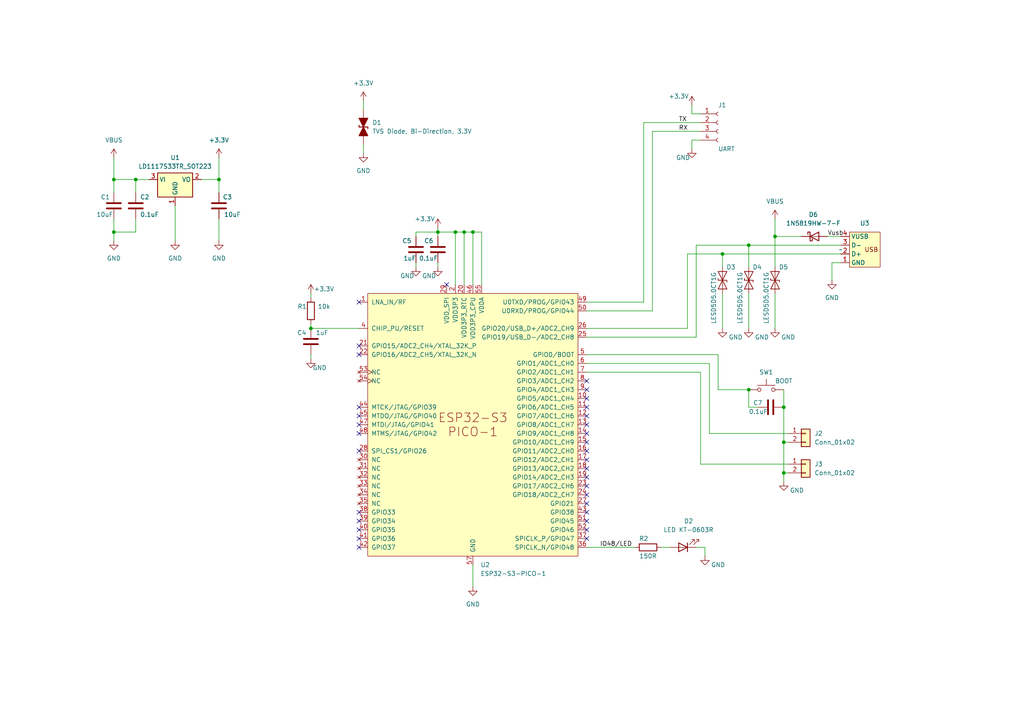
<source format=kicad_sch>
(kicad_sch (version 20230121) (generator eeschema)
  (paper "A4")
  (title_block (title "MoozyNano") (date "2023-07-21") (rev "0.1") (company "Author : Laurent Claude - www.Moozy.click") (comment 1 "License : Open Source Hardware - CC BY-SA 4.0"))
  (lib_symbols
    (symbol "1_Laurent_Librairie:PCB_USC-connector"
      (property "Reference" "U3" (at 6.985 -7.62 0))
      (property "Value" "~" (at 0 0 0))
      (symbol "PCB_USC-connector_1_1"
        (rectangle (start 2.54 5.08) (end 11.43 -5.08) (fill (type background)))
        (rectangle (start 8.89 0) (end 8.89 0))
        (text "USB" (at 8.89 0 0) (effects (font (size 1.27 1.27))))
        (pin power_out line (at 0 3.81 0) (length 2.54) (name "GND") (number "1"))
        (pin bidirectional line (at 0 1.27 0) (length 2.54) (name "D+") (number "2"))
        (pin bidirectional line (at 0 -1.27 0) (length 2.54) (name "D-") (number "3"))
        (pin power_out line (at 0 -3.81 0) (length 2.54) (name "VUSB") (number "4"))
      )
    )
    (symbol "Connector:Conn_01x04_Socket" (pin_names (offset 1.016) hide)
      (property "Reference" "J" (at 0 5.08 0))
      (property "Value" "Conn_01x04_Socket" (at 0 -7.62 0))
      (symbol "Conn_01x04_Socket_1_1"
        (arc (start 0 -4.572) (mid -0.5058 -5.08) (end 0 -5.588) (stroke (width 0.1524)))
        (arc (start 0 -2.032) (mid -0.5058 -2.54) (end 0 -3.048) (stroke (width 0.1524)))
        (polyline (pts (xy -1.27 -5.08) (xy -0.508 -5.08)) (stroke (width 0.1524)))
        (polyline (pts (xy -1.27 -2.54) (xy -0.508 -2.54)) (stroke (width 0.1524)))
        (polyline (pts (xy -1.27 0) (xy -0.508 0)) (stroke (width 0.1524)))
        (polyline (pts (xy -1.27 2.54) (xy -0.508 2.54)) (stroke (width 0.1524)))
        (arc (start 0 0.508) (mid -0.5058 0) (end 0 -0.508) (stroke (width 0.1524)))
        (arc (start 0 3.048) (mid -0.5058 2.54) (end 0 2.032) (stroke (width 0.1524)))
        (pin passive line (at -5.08 2.54 0) (length 3.81) (name "Pin_1") (number "1"))
        (pin passive line (at -5.08 0 0) (length 3.81) (name "Pin_2") (number "2"))
        (pin passive line (at -5.08 -2.54 0) (length 3.81) (name "Pin_3") (number "3"))
        (pin passive line (at -5.08 -5.08 0) (length 3.81) (name "Pin_4") (number "4"))
      )
    )
    (symbol "Connector_Generic:Conn_01x02" (pin_names (offset 1.016) hide)
      (property "Reference" "J" (at 0 2.54 0))
      (property "Value" "Conn_01x02" (at 0 -5.08 0))
      (symbol "Conn_01x02_1_1"
        (rectangle (start -1.27 -2.413) (end 0 -2.667) (stroke (width 0.1524)))
        (rectangle (start -1.27 0.127) (end 0 -0.127) (stroke (width 0.1524)))
        (rectangle (start -1.27 1.27) (end 1.27 -3.81) (stroke (width 0.254)) (fill (type background)))
        (pin passive line (at -5.08 0 0) (length 3.81) (name "Pin_1") (number "1"))
        (pin passive line (at -5.08 -2.54 0) (length 3.81) (name "Pin_2") (number "2"))
      )
    )
    (symbol "Device:C" (pin_numbers hide) (pin_names (offset 0.254))
      (property "Reference" "C" (at 0.635 2.54 0))
      (property "Value" "C" (at 0.635 -2.54 0))
      (symbol "C_0_1"
        (polyline (pts (xy -2.032 -0.762) (xy 2.032 -0.762)) (stroke (width 0.508)))
        (polyline (pts (xy -2.032 0.762) (xy 2.032 0.762)) (stroke (width 0.508)))
      )
      (symbol "C_1_1"
        (pin passive line (at 0 3.81 270) (length 2.794) (name "~") (number "1"))
        (pin passive line (at 0 -3.81 90) (length 2.794) (name "~") (number "2"))
      )
    )
    (symbol "Device:LED" (pin_numbers hide) (pin_names (offset 1.016) hide)
      (property "Reference" "D" (at 0 2.54 0))
      (property "Value" "LED" (at 0 -2.54 0))
      (symbol "LED_0_1"
        (polyline (pts (xy -1.27 -1.27) (xy -1.27 1.27)) (stroke (width 0.254)))
        (polyline (pts (xy -1.27 0) (xy 1.27 0)))
        (polyline (pts (xy 1.27 -1.27) (xy 1.27 1.27) (xy -1.27 0) (xy 1.27 -1.27)) (stroke (width 0.254)))
        (polyline (pts (xy -3.048 -0.762) (xy -4.572 -2.286) (xy -3.81 -2.286) (xy -4.572 -2.286) (xy -4.572 -1.524)))
        (polyline (pts (xy -1.778 -0.762) (xy -3.302 -2.286) (xy -2.54 -2.286) (xy -3.302 -2.286) (xy -3.302 -1.524)))
      )
      (symbol "LED_1_1"
        (pin passive line (at -3.81 0 0) (length 2.54) (name "K") (number "1"))
        (pin passive line (at 3.81 0 180) (length 2.54) (name "A") (number "2"))
      )
    )
    (symbol "Device:R" (pin_numbers hide) (pin_names (offset 0))
      (property "Reference" "R" (at 2.032 0 90))
      (property "Value" "R" (at 0 0 90))
      (symbol "R_0_1"
        (rectangle (start -1.016 -2.54) (end 1.016 2.54) (stroke (width 0.254)))
      )
      (symbol "R_1_1"
        (pin passive line (at 0 3.81 270) (length 1.27) (name "~") (number "1"))
        (pin passive line (at 0 -3.81 90) (length 1.27) (name "~") (number "2"))
      )
    )
    (symbol "Diode:1N5819" (pin_numbers hide) (pin_names (offset 1.016) hide)
      (property "Reference" "D6" (at -0.3175 6.35 0))
      (property "Value" "1N5819HW-7-F" (at -0.3175 3.81 0))
      (symbol "1N5819_0_1"
        (polyline (pts (xy 1.27 0) (xy -1.27 0)))
        (polyline (pts (xy 1.27 1.27) (xy 1.27 -1.27) (xy -1.27 0) (xy 1.27 1.27)) (stroke (width 0.254)))
        (polyline (pts (xy -1.905 0.635) (xy -1.905 1.27) (xy -1.27 1.27) (xy -1.27 -1.27) (xy -0.635 -1.27) (xy -0.635 -0.635)) (stroke (width 0.254)))
      )
      (symbol "1N5819_1_1"
        (pin power_out line (at -3.81 0 0) (length 2.54) (name "K") (number "1"))
        (pin passive line (at 3.81 0 180) (length 2.54) (name "A") (number "2"))
      )
    )
    (symbol "Diode:ESD9B5.0ST5G" (pin_numbers hide) (pin_names (offset 1.016) hide)
      (property "Reference" "D" (at 0 2.54 0))
      (property "Value" "ESD9B5.0ST5G" (at 0 -2.54 0))
      (symbol "ESD9B5.0ST5G_0_1"
        (polyline (pts (xy 1.27 0) (xy -1.27 0)))
        (polyline (pts (xy -2.54 -1.27) (xy 0 0) (xy -2.54 1.27) (xy -2.54 -1.27)) (stroke (width 0.2032)))
        (polyline (pts (xy 0.508 1.27) (xy 0 1.27) (xy 0 -1.27) (xy -0.508 -1.27)) (stroke (width 0.2032)))
        (polyline (pts (xy 2.54 1.27) (xy 2.54 -1.27) (xy 0 0) (xy 2.54 1.27)) (stroke (width 0.2032)))
      )
      (symbol "ESD9B5.0ST5G_1_1"
        (pin passive line (at -3.81 0 0) (length 2.54) (name "A1") (number "1"))
        (pin passive line (at 3.81 0 180) (length 2.54) (name "A2") (number "2"))
      )
    )
    (symbol "PCM_Diode_TVS_AKL:D_TVS_Bidirectional_Generic" (pin_numbers hide) (pin_names (offset 1.016) hide)
      (property "Reference" "D" (at 0 5.08 0))
      (property "Value" "D_TVS_Bidirectional_Generic" (at 0 2.54 0))
      (symbol "D_TVS_Bidirectional_Generic_0_1"
        (polyline (pts (xy 0 -1.27) (xy -0.508 -1.27)) (stroke (width 0.254)))
        (polyline (pts (xy 0 1.27) (xy 0 -1.27)) (stroke (width 0.254)))
        (polyline (pts (xy 0 1.27) (xy 0.508 1.27)) (stroke (width 0.254)))
        (polyline (pts (xy 1.27 0) (xy -1.27 0)))
        (polyline (pts (xy 0 0) (xy -2.54 1.27) (xy -2.54 -1.27) (xy 0 0)) (stroke (width 0.254)) (fill (type outline)))
        (polyline (pts (xy 2.54 1.27) (xy 2.54 -1.27) (xy 0 0) (xy 2.54 1.27)) (stroke (width 0.254)) (fill (type outline)))
      )
      (symbol "D_TVS_Bidirectional_Generic_1_1"
        (pin passive line (at -5.08 0 0) (length 2.54) (name "K") (number "1"))
        (pin passive line (at 5.08 0 180) (length 2.54) (name "A") (number "2"))
      )
    )
    (symbol "PCM_Espressif:ESP32-S3-PICO-1" (pin_names (offset 1.016))
      (property "Reference" "U" (at -30.48 43.18 0))
      (property "Value" "ESP32-S3-PICO-1" (at -30.48 40.64 0))
      (symbol "ESP32-S3-PICO-1_0_0"
        (pin bidirectional line (at 33.02 -35.56 180) (length 2.54) (name "SPICLK_N/GPIO48") (number "36"))
        (pin bidirectional line (at 33.02 -33.02 180) (length 2.54) (name "SPICLK_P/GPIO47") (number "37"))
      )
      (symbol "ESP32-S3-PICO-1_0_1"
        (rectangle (start -30.48 38.1) (end 30.48 -38.1) (fill (type background)))
      )
      (symbol "ESP32-S3-PICO-1_1_0"
        (text "ESP32-S3\nPICO-1" (at 0 0 0) (effects (font (size 2.54 2.54))))
      )
      (symbol "ESP32-S3-PICO-1_1_1"
        (pin bidirectional line (at -33.02 35.56 0) (length 2.54) (name "LNA_IN/RF") (number "1"))
        (pin bidirectional line (at 33.02 7.62 180) (length 2.54) (name "GPIO5/ADC1_CH4") (number "10"))
        (pin bidirectional line (at 33.02 5.08 180) (length 2.54) (name "GPIO6/ADC1_CH5") (number "11"))
        (pin bidirectional line (at 33.02 2.54 180) (length 2.54) (name "GPIO7/ADC1_CH6") (number "12"))
        (pin bidirectional line (at 33.02 0 180) (length 2.54) (name "GPIO8/ADC1_CH7") (number "13"))
        (pin bidirectional line (at 33.02 -2.54 180) (length 2.54) (name "GPIO9/ADC1_CH8") (number "14"))
        (pin bidirectional line (at 33.02 -5.08 180) (length 2.54) (name "GPIO10/ADC1_CH9") (number "15"))
        (pin bidirectional line (at 33.02 -7.62 180) (length 2.54) (name "GPIO11/ADC2_CH0") (number "16"))
        (pin bidirectional line (at 33.02 -10.16 180) (length 2.54) (name "GPIO12/ADC2_CH1") (number "17"))
        (pin bidirectional line (at 33.02 -12.7 180) (length 2.54) (name "GPIO13/ADC2_CH2") (number "18"))
        (pin bidirectional line (at 33.02 -15.24 180) (length 2.54) (name "GPIO14/ADC2_CH3") (number "19"))
        (pin power_in line (at -5.08 40.64 270) (length 2.54) (name "VDD3P3") (number "2"))
        (pin power_in line (at -2.54 40.64 270) (length 2.54) (name "VDD3P3_RTC") (number "20"))
        (pin bidirectional line (at -33.02 22.86 0) (length 2.54) (name "GPIO15/ADC2_CH4/XTAL_32K_P") (number "21"))
        (pin bidirectional line (at -33.02 20.32 0) (length 2.54) (name "GPIO16/ADC2_CH5/XTAL_32K_N") (number "22"))
        (pin bidirectional line (at 33.02 -17.78 180) (length 2.54) (name "GPIO17/ADC2_CH6") (number "23"))
        (pin bidirectional line (at 33.02 -20.32 180) (length 2.54) (name "GPIO18/ADC2_CH7") (number "24"))
        (pin bidirectional line (at 33.02 25.4 180) (length 2.54) (name "GPIO19/USB_D-/ADC2_CH8") (number "25"))
        (pin bidirectional line (at 33.02 27.94 180) (length 2.54) (name "GPIO20/USB_D+/ADC2_CH9") (number "26"))
        (pin bidirectional line (at 33.02 -22.86 180) (length 2.54) (name "GPIO21") (number "27"))
        (pin bidirectional line (at -33.02 -7.62 0) (length 2.54) (name "SPI_CS1/GPIO26") (number "28"))
        (pin power_out line (at -7.62 40.64 270) (length 2.54) (name "VDD_SPI") (number "29"))
        (pin power_in line (at -5.08 40.64 270) (length 2.54) hide (name "VDD3P3") (number "3"))
        (pin no_connect line (at -33.02 -10.16 0) (length 2.54) (name "NC") (number "30"))
        (pin no_connect line (at -33.02 -12.7 0) (length 2.54) (name "NC") (number "31"))
        (pin no_connect line (at -33.02 -15.24 0) (length 2.54) (name "NC") (number "32"))
        (pin no_connect line (at -33.02 -17.78 0) (length 2.54) (name "NC") (number "33"))
        (pin no_connect line (at -33.02 -20.32 0) (length 2.54) (name "NC") (number "34"))
        (pin no_connect line (at -33.02 -22.86 0) (length 2.54) (name "NC") (number "35"))
        (pin bidirectional line (at -33.02 -25.4 0) (length 2.54) (name "GPIO33") (number "38"))
        (pin bidirectional line (at -33.02 -27.94 0) (length 2.54) (name "GPIO34") (number "39"))
        (pin input line (at -33.02 27.94 0) (length 2.54) (name "CHIP_PU/RESET") (number "4"))
        (pin bidirectional line (at -33.02 -30.48 0) (length 2.54) (name "GPIO35") (number "40"))
        (pin bidirectional line (at -33.02 -33.02 0) (length 2.54) (name "GPIO36") (number "41"))
        (pin bidirectional line (at -33.02 -35.56 0) (length 2.54) (name "GPIO37") (number "42"))
        (pin bidirectional line (at 33.02 -25.4 180) (length 2.54) (name "GPIO38") (number "43"))
        (pin bidirectional line (at -33.02 5.08 0) (length 2.54) (name "MTCK/JTAG/GPIO39") (number "44"))
        (pin bidirectional line (at -33.02 2.54 0) (length 2.54) (name "MTDO/JTAG/GPIO40") (number "45"))
        (pin power_in line (at 0 40.64 270) (length 2.54) (name "VDD3P3_CPU") (number "46"))
        (pin bidirectional line (at -33.02 0 0) (length 2.54) (name "MTDI/JTAG/GPIO41") (number "47"))
        (pin bidirectional line (at -33.02 -2.54 0) (length 2.54) (name "MTMS/JTAG/GPIO42") (number "48"))
        (pin bidirectional line (at 33.02 35.56 180) (length 2.54) (name "U0TXD/PROG/GPIO43") (number "49"))
        (pin bidirectional line (at 33.02 20.32 180) (length 2.54) (name "GPIO0/BOOT") (number "5"))
        (pin bidirectional line (at 33.02 33.02 180) (length 2.54) (name "U0RXD/PROG/GPIO44") (number "50"))
        (pin bidirectional line (at 33.02 -27.94 180) (length 2.54) (name "GPIO45") (number "51"))
        (pin bidirectional line (at 33.02 -30.48 180) (length 2.54) (name "GPIO46") (number "52"))
        (pin no_connect clock (at -33.02 15.24 0) (length 2.54) (name "NC") (number "53"))
        (pin no_connect clock (at -33.02 12.7 0) (length 2.54) (name "NC") (number "54"))
        (pin power_in line (at 2.54 40.64 270) (length 2.54) (name "VDDA") (number "55"))
        (pin passive line (at 2.54 40.64 270) (length 2.54) hide (name "VDDA") (number "56"))
        (pin power_in line (at 0 -40.64 90) (length 2.54) (name "GND") (number "57"))
        (pin bidirectional line (at 33.02 17.78 180) (length 2.54) (name "GPIO1/ADC1_CH0") (number "6"))
        (pin bidirectional line (at 33.02 15.24 180) (length 2.54) (name "GPIO2/ADC1_CH1") (number "7"))
        (pin bidirectional line (at 33.02 12.7 180) (length 2.54) (name "GPIO3/ADC1_CH2") (number "8"))
        (pin bidirectional line (at 33.02 10.16 180) (length 2.54) (name "GPIO4/ADC1_CH3") (number "9"))
      )
    )
    (symbol "Regulator_Linear:LD1117S33TR_SOT223"
      (property "Reference" "U" (at -3.81 3.175 0))
      (property "Value" "LD1117S33TR_SOT223" (at 0 3.175 0))
      (symbol "LD1117S33TR_SOT223_0_1"
        (rectangle (start -5.08 -5.08) (end 5.08 1.905) (stroke (width 0.254)) (fill (type background)))
      )
      (symbol "LD1117S33TR_SOT223_1_1"
        (pin power_in line (at 0 -7.62 90) (length 2.54) (name "GND") (number "1"))
        (pin power_out line (at 7.62 0 180) (length 2.54) (name "VO") (number "2"))
        (pin power_in line (at -7.62 0 0) (length 2.54) (name "VI") (number "3"))
      )
    )
    (symbol "Switch:SW_Push" (pin_numbers hide) (pin_names (offset 1.016) hide)
      (property "Reference" "SW" (at 1.27 2.54 0))
      (property "Value" "SW_Push" (at 0 -1.524 0))
      (symbol "SW_Push_0_1"
        (circle (center -2.032 0) (radius 0.508))
        (polyline (pts (xy 0 1.27) (xy 0 3.048)))
        (polyline (pts (xy 2.54 1.27) (xy -2.54 1.27)))
        (circle (center 2.032 0) (radius 0.508))
        (pin passive line (at -5.08 0 0) (length 2.54) (name "1") (number "1"))
        (pin passive line (at 5.08 0 180) (length 2.54) (name "2") (number "2"))
      )
    )
    (symbol "power:+3.3V" (power) (pin_names (offset 0))
      (property "Value" "+3.3V" (at 0 3.556 0))
      (symbol "+3.3V_0_1"
        (polyline (pts (xy -0.762 1.27) (xy 0 2.54)))
        (polyline (pts (xy 0 0) (xy 0 2.54)))
        (polyline (pts (xy 0 2.54) (xy 0.762 1.27)))
      )
      (symbol "+3.3V_1_1"
        (pin power_in line (at 0 0 90) (length 0) hide (name "+3.3V") (number "1"))
      )
    )
    (symbol "power:GND" (power) (pin_names (offset 0))
      (property "Value" "GND" (at 0 -3.81 0))
      (symbol "GND_0_1"
        (polyline (pts (xy 0 0) (xy 0 -1.27) (xy 1.27 -1.27) (xy 0 -2.54) (xy -1.27 -1.27) (xy 0 -1.27)))
      )
      (symbol "GND_1_1"
        (pin power_in line (at 0 0 270) (length 0) hide (name "GND") (number "1"))
      )
    )
    (symbol "power:VBUS" (power) (pin_names (offset 0))
      (property "Value" "VBUS" (at 0 3.81 0))
      (symbol "VBUS_0_1"
        (polyline (pts (xy -0.762 1.27) (xy 0 2.54)))
        (polyline (pts (xy 0 0) (xy 0 2.54)))
        (polyline (pts (xy 0 2.54) (xy 0.762 1.27)))
      )
      (symbol "VBUS_1_1"
        (pin power_in line (at 0 0 90) (length 0) hide (name "VBUS") (number "1"))
      )
    )
  )
  (junction (at 132.08 67.31))
  (junction (at 227.33 128.27))
  (junction (at 217.17 113.03))
  (junction (at 33.02 52.07))
  (junction (at 90.17 95.25))
  (junction (at 63.5 52.07))
  (junction (at 227.33 118.11))
  (junction (at 209.55 73.66))
  (junction (at 217.17 71.12))
  (junction (at 134.62 67.31))
  (junction (at 39.37 52.07))
  (junction (at 137.16 67.31))
  (junction (at 227.33 137.16))
  (junction (at 224.79 68.58))
  (junction (at 127 67.31))
  (junction (at 33.02 67.31))
  (no_connect (at 170.18 128.27))
  (no_connect (at 104.14 151.13))
  (no_connect (at 129.54 82.55))
  (no_connect (at 170.18 110.49))
  (no_connect (at 104.14 156.21))
  (no_connect (at 170.18 125.73))
  (no_connect (at 170.18 153.67))
  (no_connect (at 104.14 123.19))
  (no_connect (at 170.18 143.51))
  (no_connect (at 170.18 120.65))
  (no_connect (at 104.14 130.81))
  (no_connect (at 170.18 140.97))
  (no_connect (at 104.14 102.87))
  (no_connect (at 170.18 133.35))
  (no_connect (at 170.18 135.89))
  (no_connect (at 104.14 120.65))
  (no_connect (at 170.18 138.43))
  (no_connect (at 104.14 153.67))
  (no_connect (at 170.18 113.03))
  (no_connect (at 170.18 130.81))
  (no_connect (at 170.18 151.13))
  (no_connect (at 170.18 146.05))
  (no_connect (at 170.18 148.59))
  (no_connect (at 170.18 123.19))
  (no_connect (at 170.18 118.11))
  (no_connect (at 104.14 158.75))
  (no_connect (at 104.14 148.59))
  (no_connect (at 170.18 156.21))
  (no_connect (at 104.14 125.73))
  (no_connect (at 170.18 115.57))
  (no_connect (at 104.14 87.63))
  (no_connect (at 104.14 118.11))
  (no_connect (at 104.14 100.33))
  (wire (pts (xy 205.74 105.41) (xy 170.18 105.41)))
  (wire (pts (xy 90.17 93.98) (xy 90.17 95.25)))
  (wire (pts (xy 205.74 125.73) (xy 228.6 125.73)))
  (wire (pts (xy 127 67.31) (xy 127 66.04)))
  (wire (pts (xy 127 67.31) (xy 127 68.58)))
  (wire (pts (xy 203.2 107.95) (xy 203.2 134.62)))
  (wire (pts (xy 134.62 67.31) (xy 134.62 82.55)))
  (wire (pts (xy 189.23 38.1) (xy 203.2 38.1)))
  (wire (pts (xy 33.02 45.72) (xy 33.02 52.07)))
  (wire (pts (xy 199.39 73.66) (xy 199.39 95.25)))
  (wire (pts (xy 217.17 85.09) (xy 217.17 95.25)))
  (wire (pts (xy 224.79 68.58) (xy 232.41 68.58)))
  (wire (pts (xy 240.03 68.58) (xy 243.84 68.58)))
  (wire (pts (xy 170.18 158.75) (xy 184.15 158.75)))
  (wire (pts (xy 170.18 90.17) (xy 189.23 90.17)))
  (wire (pts (xy 189.23 90.17) (xy 189.23 38.1)))
  (wire (pts (xy 33.02 52.07) (xy 33.02 55.88)))
  (wire (pts (xy 120.65 67.31) (xy 120.65 68.58)))
  (wire (pts (xy 205.74 105.41) (xy 205.74 125.73)))
  (wire (pts (xy 243.84 76.2) (xy 241.3 76.2)))
  (wire (pts (xy 50.8 59.69) (xy 50.8 69.85)))
  (wire (pts (xy 186.69 35.56) (xy 203.2 35.56)))
  (wire (pts (xy 200.66 33.02) (xy 203.2 33.02)))
  (wire (pts (xy 241.3 76.2) (xy 241.3 81.28)))
  (wire (pts (xy 132.08 67.31) (xy 132.08 82.55)))
  (wire (pts (xy 58.42 52.07) (xy 63.5 52.07)))
  (wire (pts (xy 208.28 102.87) (xy 208.28 113.03)))
  (wire (pts (xy 39.37 52.07) (xy 43.18 52.07)))
  (wire (pts (xy 137.16 67.31) (xy 139.7 67.31)))
  (wire (pts (xy 217.17 71.12) (xy 243.84 71.12)))
  (wire (pts (xy 203.2 134.62) (xy 228.6 134.62)))
  (wire (pts (xy 217.17 71.12) (xy 217.17 77.47)))
  (wire (pts (xy 204.47 161.29) (xy 204.47 158.75)))
  (wire (pts (xy 90.17 95.25) (xy 104.14 95.25)))
  (wire (pts (xy 39.37 55.88) (xy 39.37 52.07)))
  (wire (pts (xy 63.5 45.72) (xy 63.5 52.07)))
  (wire (pts (xy 227.33 137.16) (xy 228.6 137.16)))
  (wire (pts (xy 224.79 68.58) (xy 224.79 77.47)))
  (wire (pts (xy 219.71 118.11) (xy 217.17 118.11)))
  (wire (pts (xy 209.55 73.66) (xy 209.55 77.47)))
  (wire (pts (xy 137.16 163.83) (xy 137.16 170.18)))
  (wire (pts (xy 170.18 97.79) (xy 201.93 97.79)))
  (wire (pts (xy 186.69 87.63) (xy 186.69 35.56)))
  (wire (pts (xy 209.55 73.66) (xy 243.84 73.66)))
  (wire (pts (xy 33.02 67.31) (xy 33.02 69.85)))
  (wire (pts (xy 170.18 87.63) (xy 186.69 87.63)))
  (wire (pts (xy 63.5 63.5) (xy 63.5 69.85)))
  (wire (pts (xy 200.66 40.64) (xy 200.66 43.18)))
  (wire (pts (xy 120.65 67.31) (xy 127 67.31)))
  (wire (pts (xy 105.41 41.91) (xy 105.41 44.45)))
  (wire (pts (xy 224.79 85.09) (xy 224.79 95.25)))
  (wire (pts (xy 134.62 67.31) (xy 137.16 67.31)))
  (wire (pts (xy 39.37 63.5) (xy 39.37 67.31)))
  (wire (pts (xy 201.93 71.12) (xy 201.93 97.79)))
  (wire (pts (xy 209.55 85.09) (xy 209.55 95.25)))
  (wire (pts (xy 90.17 85.09) (xy 90.17 86.36)))
  (wire (pts (xy 201.93 71.12) (xy 217.17 71.12)))
  (wire (pts (xy 137.16 67.31) (xy 137.16 82.55)))
  (wire (pts (xy 227.33 113.03) (xy 227.33 118.11)))
  (wire (pts (xy 224.79 63.5) (xy 224.79 68.58)))
  (wire (pts (xy 139.7 67.31) (xy 139.7 82.55)))
  (wire (pts (xy 120.65 76.2) (xy 120.65 77.47)))
  (wire (pts (xy 127 76.2) (xy 127 77.47)))
  (wire (pts (xy 227.33 128.27) (xy 228.6 128.27)))
  (wire (pts (xy 170.18 95.25) (xy 199.39 95.25)))
  (wire (pts (xy 105.41 29.21) (xy 105.41 31.75)))
  (wire (pts (xy 200.66 30.48) (xy 200.66 33.02)))
  (wire (pts (xy 63.5 52.07) (xy 63.5 55.88)))
  (wire (pts (xy 217.17 113.03) (xy 217.17 118.11)))
  (wire (pts (xy 204.47 158.75) (xy 201.93 158.75)))
  (wire (pts (xy 127 67.31) (xy 132.08 67.31)))
  (wire (pts (xy 170.18 107.95) (xy 203.2 107.95)))
  (wire (pts (xy 227.33 137.16) (xy 227.33 139.7)))
  (wire (pts (xy 199.39 73.66) (xy 209.55 73.66)))
  (wire (pts (xy 170.18 102.87) (xy 208.28 102.87)))
  (wire (pts (xy 132.08 67.31) (xy 134.62 67.31)))
  (wire (pts (xy 39.37 52.07) (xy 33.02 52.07)))
  (wire (pts (xy 33.02 63.5) (xy 33.02 67.31)))
  (wire (pts (xy 227.33 118.11) (xy 227.33 128.27)))
  (wire (pts (xy 227.33 128.27) (xy 227.33 137.16)))
  (wire (pts (xy 191.77 158.75) (xy 194.31 158.75)))
  (wire (pts (xy 90.17 104.14) (xy 90.17 102.87)))
  (wire (pts (xy 203.2 40.64) (xy 200.66 40.64)))
  (wire (pts (xy 208.28 113.03) (xy 217.17 113.03)))
  (wire (pts (xy 39.37 67.31) (xy 33.02 67.31)))
  (label "IO48{slash}LED" (at 173.99 158.75 0))
  (label "Vusb" (at 240.03 68.58 0))
  (label "RX" (at 196.85 38.1 0))
  (label "TX" (at 196.85 35.56 0))
  (symbol (lib_id "power:GND") (at 217.17 95.25 0) (unit 1)
    (property "Reference" "#PWR018" (effects hide))
    (property "Value" "GND" (at 220.98 97.79 0))
  )
  (symbol (lib_id "power:GND") (at 33.02 69.85 0) (unit 1)
    (property "Reference" "#PWR02" (effects hide))
    (property "Value" "GND" (at 33.02 74.93 0))
  )
  (symbol (lib_id "Device:C") (at 90.17 99.06 180) (unit 1)
    (property "Reference" "C4" (at 88.9 96.52 0) (effects (justify left)))
    (property "Value" "1uF" (at 95.25 96.52 0) (effects (justify left)))
    (property "Footprint" "Capacitor_SMD:C_0805_2012Metric_Pad1.18x1.45mm_HandSolder" (effects hide))
  )
  (symbol (lib_id "Diode:ESD9B5.0ST5G") (at 217.17 81.28 270) (unit 1)
    (property "Reference" "D4" (at 220.98 77.47 90) (effects (justify right)))
    (property "Value" "LESD5D5.0CT1G" (at 214.63 93.98 0) (effects (justify right)))
    (property "Footprint" "Diode_SMD:D_SOD-923" (effects hide))
    (property "Datasheet" "https://www.onsemi.com/pub/Collateral/ESD9B-D.PDF" (effects hide))
  )
  (symbol (lib_id "power:+3.3V") (at 63.5 45.72 0) (unit 1)
    (property "Reference" "#PWR04" (effects hide))
    (property "Value" "+3.3V" (at 63.5 40.64 0))
  )
  (symbol (lib_id "PCM_Diode_TVS_AKL:D_TVS_Bidirectional_Generic") (at 105.41 36.83 90) (unit 1)
    (property "Reference" "D1" (at 107.95 35.56 90) (effects (justify right)))
    (property "Value" "TVS Diode, Bi-Direction, 3.3V" (at 107.95 38.1 90) (effects (justify right)))
    (property "Footprint" "Diode_SMD:D_SOD-323_HandSoldering" (effects hide))
  )
  (symbol (lib_id "power:+3.3V") (at 105.41 29.21 0) (unit 1)
    (property "Reference" "#PWR08" (effects hide))
    (property "Value" "+3.3V" (at 105.41 24.13 0))
  )
  (symbol (lib_id "Connector_Generic:Conn_01x02") (at 233.68 125.73 0) (unit 1)
    (property "Reference" "J2" (at 236.22 125.73 0) (effects (justify left)))
    (property "Value" "Conn_01x02" (at 236.22 128.27 0) (effects (justify left)))
    (property "Footprint" "Connector_JST:JST_PH_B2B-PH-K_1x02_P2.00mm_Vertical" (effects hide))
  )
  (symbol (lib_id "power:GND") (at 209.55 95.25 0) (unit 1)
    (property "Reference" "#PWR017" (effects hide))
    (property "Value" "GND" (at 213.36 97.79 0))
  )
  (symbol (lib_id "Device:C") (at 120.65 72.39 180) (unit 1)
    (property "Reference" "C5" (at 119.38 69.85 0) (effects (justify left)))
    (property "Value" "1uF" (at 120.65 74.93 0) (effects (justify left)))
    (property "Footprint" "Capacitor_SMD:C_0504_1310Metric_Pad0.83x1.28mm_HandSolder" (effects hide))
  )
  (symbol (lib_id "power:GND") (at 137.16 170.18 0) (unit 1)
    (property "Reference" "#PWR013" (effects hide))
    (property "Value" "GND" (at 137.16 175.26 0))
  )
  (symbol (lib_id "power:VBUS") (at 33.02 45.72 0) (unit 1)
    (property "Reference" "#PWR01" (effects hide))
    (property "Value" "VBUS" (at 33.02 40.64 0))
  )
  (symbol (lib_id "power:GND") (at 127 77.47 0) (unit 1)
    (property "Reference" "#PWR012" (effects hide))
    (property "Value" "GND" (at 124.46 80.01 0))
  )
  (symbol (lib_id "Device:C") (at 39.37 59.69 0) (unit 1)
    (property "Reference" "C2" (at 40.64 57.15 0) (effects (justify left)))
    (property "Value" "0.1uF" (at 40.64 62.23 0) (effects (justify left)))
    (property "Footprint" "Capacitor_SMD:C_0805_2012Metric_Pad1.18x1.45mm_HandSolder" (effects hide))
  )
  (symbol (lib_id "power:GND") (at 241.3 81.28 0) (mirror y) (unit 1)
    (property "Reference" "#PWR022" (effects hide))
    (property "Value" "GND" (at 241.3 86.36 0))
  )
  (symbol (lib_id "1_Laurent_Librairie:PCB_USC-connector") (at 243.84 72.39 0) (mirror x) (unit 1)
    (property "Reference" "U3" (at 250.825 64.77 0))
    (property "Value" "~" (at 243.84 72.39 0))
    (property "Footprint" "1_Laurent_Librairie:PCB_USB_Connector" (effects hide))
  )
  (symbol (lib_id "power:+3.3V") (at 200.66 30.48 0) (unit 1)
    (property "Reference" "#PWR014" (effects hide))
    (property "Value" "+3.3V" (at 196.85 27.94 0))
  )
  (symbol (lib_id "Device:C") (at 127 72.39 180) (unit 1)
    (property "Reference" "C6" (at 125.73 69.85 0) (effects (justify left)))
    (property "Value" "0.1uF" (at 127 74.93 0) (effects (justify left)))
    (property "Footprint" "Capacitor_SMD:C_0504_1310Metric_Pad0.83x1.28mm_HandSolder" (effects hide))
  )
  (symbol (lib_id "power:GND") (at 224.79 95.25 0) (unit 1)
    (property "Reference" "#PWR020" (effects hide))
    (property "Value" "GND" (at 228.6 97.79 0))
  )
  (symbol (lib_id "Switch:SW_Push") (at 222.25 113.03 0) (unit 1)
    (property "Reference" "SW1" (at 222.25 107.95 0))
    (property "Value" "BOOT" (at 227.33 110.49 0))
    (property "Footprint" "Button_Switch_SMD:SW_Push_1P1T_NO_CK_KMR2" (effects hide))
    (property "Datasheet" "KMR241GLFS https://jlcpcb.com/partdetail/ck-KMR241GLFS/C221682" (effects hide))
    (property "JLCPCB Part" "C221682" (effects hide))
  )
  (symbol (lib_id "Diode:1N5819") (at 236.22 68.58 0) (unit 1)
    (property "Reference" "D6" (at 235.9025 62.23 0))
    (property "Value" "1N5819HW-7-F" (at 235.9025 64.77 0))
    (property "Footprint" "Diode_SMD:D_SOD-123" (effects hide))
    (property "Datasheet" "http://www.vishay.com/docs/88525/1n5817.pdf" (effects hide))
  )
  (symbol (lib_id "power:GND") (at 105.41 44.45 0) (unit 1)
    (property "Reference" "#PWR09" (effects hide))
    (property "Value" "GND" (at 105.41 49.53 0))
  )
  (symbol (lib_id "Device:C") (at 33.02 59.69 0) (unit 1)
    (property "Reference" "C1" (at 29.21 57.15 0) (effects (justify left)))
    (property "Value" "10uF" (at 27.94 62.23 0) (effects (justify left)))
    (property "Footprint" "Capacitor_SMD:C_0805_2012Metric_Pad1.18x1.45mm_HandSolder" (effects hide))
  )
  (symbol (lib_id "Diode:ESD9B5.0ST5G") (at 209.55 81.28 270) (unit 1)
    (property "Reference" "D3" (at 213.36 77.47 90) (effects (justify right)))
    (property "Value" "LESD5D5.0CT1G" (at 207.01 93.98 0) (effects (justify right)))
    (property "Footprint" "Diode_SMD:D_SOD-923" (effects hide))
    (property "Datasheet" "https://www.onsemi.com/pub/Collateral/ESD9B-D.PDF" (effects hide))
  )
  (symbol (lib_id "power:GND") (at 227.33 139.7 0) (unit 1)
    (property "Reference" "#PWR021" (effects hide))
    (property "Value" "GND" (at 231.14 142.24 0))
  )
  (symbol (lib_id "Diode:ESD9B5.0ST5G") (at 224.79 81.28 270) (unit 1)
    (property "Reference" "D5" (at 228.6 77.47 90) (effects (justify right)))
    (property "Value" "LESD5D5.0CT1G" (at 222.25 93.98 0) (effects (justify right)))
    (property "Footprint" "Diode_SMD:D_SOD-923" (effects hide))
    (property "Datasheet" "https://www.onsemi.com/pub/Collateral/ESD9B-D.PDF" (effects hide))
  )
  (symbol (lib_id "Device:C") (at 223.52 118.11 270) (unit 1)
    (property "Reference" "C7" (at 218.44 116.84 90) (effects (justify left)))
    (property "Value" "0.1uF" (at 217.17 119.38 90) (effects (justify left)))
    (property "Footprint" "Capacitor_SMD:C_0805_2012Metric_Pad1.18x1.45mm_HandSolder" (effects hide))
  )
  (symbol (lib_id "power:VBUS") (at 224.79 63.5 0) (unit 1)
    (property "Reference" "#PWR019" (effects hide))
    (property "Value" "VBUS" (at 224.79 58.42 0))
  )
  (symbol (lib_id "power:+3.3V") (at 127 66.04 0) (unit 1)
    (property "Reference" "#PWR011" (effects hide))
    (property "Value" "+3.3V" (at 123.19 63.5 0))
  )
  (symbol (lib_id "power:+3.3V") (at 90.17 85.09 0) (unit 1)
    (property "Reference" "#PWR06" (effects hide))
    (property "Value" "+3.3V" (at 93.98 83.82 0))
  )
  (symbol (lib_id "Regulator_Linear:LD1117S33TR_SOT223") (at 50.8 52.07 0) (unit 1)
    (property "Reference" "U1" (at 50.8 45.72 0))
    (property "Value" "LD1117S33TR_SOT223" (at 50.8 48.26 0))
    (property "Footprint" "Package_TO_SOT_SMD:SOT-223-3_TabPin2" (effects hide))
    (property "Datasheet" "http://www.st.com/st-web-ui/static/active/en/resource/technical/document/datasheet/CD00000544.pdf" (effects hide))
  )
  (symbol (lib_id "Device:R") (at 90.17 90.17 0) (unit 1)
    (property "Reference" "R1" (at 87.63 88.9 0))
    (property "Value" "10k" (at 93.98 88.9 0))
    (property "Footprint" "Resistor_SMD:R_0805_2012Metric_Pad1.20x1.40mm_HandSolder" (effects hide))
  )
  (symbol (lib_id "Connector:Conn_01x04_Socket") (at 208.28 35.56 0) (unit 1) (in_bom no)
    (property "Reference" "J1" (at 208.28 30.48 0) (effects (justify left)))
    (property "Value" "UART" (at 208.28 43.18 0) (effects (justify left)))
    (property "Footprint" "Connector_PinHeader_1.27mm:PinHeader_1x04_P1.27mm_Vertical" (effects hide))
  )
  (symbol (lib_id "Device:R") (at 187.96 158.75 90) (unit 1)
    (property "Reference" "R2" (at 186.69 156.21 90))
    (property "Value" "150R" (at 187.96 161.29 90))
    (property "Footprint" "Resistor_SMD:R_0805_2012Metric_Pad1.20x1.40mm_HandSolder" (effects hide))
  )
  (symbol (lib_id "Connector_Generic:Conn_01x02") (at 233.68 134.62 0) (unit 1)
    (property "Reference" "J3" (at 236.22 134.62 0) (effects (justify left)))
    (property "Value" "Conn_01x02" (at 236.22 137.16 0) (effects (justify left)))
    (property "Footprint" "Connector_JST:JST_PH_B2B-PH-K_1x02_P2.00mm_Vertical" (effects hide))
  )
  (symbol (lib_id "PCM_Espressif:ESP32-S3-PICO-1") (at 137.16 123.19 0) (unit 1)
    (property "Reference" "U2" (at 139.3541 163.83 0) (effects (justify left)))
    (property "Value" "ESP32-S3-PICO-1" (at 139.3541 166.37 0) (effects (justify left)))
    (property "Footprint" "Package_DFN_QFN:QFN-56-1EP_7x7mm_P0.4mm_EP4x4mm" (effects hide))
    (property "Datasheet" "https://www.espressif.com/sites/default/files/documentation/esp32-s3_datasheet_en.pdf" (effects hide))
  )
  (symbol (lib_id "power:GND") (at 63.5 69.85 0) (unit 1)
    (property "Reference" "#PWR05" (effects hide))
    (property "Value" "GND" (at 63.5 74.93 0))
  )
  (symbol (lib_id "power:GND") (at 120.65 77.47 0) (unit 1)
    (property "Reference" "#PWR010" (effects hide))
    (property "Value" "GND" (at 118.11 80.01 0))
  )
  (symbol (lib_id "power:GND") (at 204.47 161.29 0) (unit 1)
    (property "Reference" "#PWR016" (effects hide))
    (property "Value" "GND" (at 208.28 163.83 0))
  )
  (symbol (lib_id "Device:C") (at 63.5 59.69 180) (unit 1)
    (property "Reference" "C3" (at 67.31 57.15 0) (effects (justify left)))
    (property "Value" "10uF" (at 69.85 62.23 0) (effects (justify left)))
    (property "Footprint" "Capacitor_SMD:C_0805_2012Metric_Pad1.18x1.45mm_HandSolder" (effects hide))
  )
  (symbol (lib_id "power:GND") (at 200.66 43.18 0) (unit 1)
    (property "Reference" "#PWR015" (effects hide))
    (property "Value" "GND" (at 198.12 45.72 0))
  )
  (symbol (lib_id "power:GND") (at 90.17 104.14 0) (unit 1)
    (property "Reference" "#PWR07" (effects hide))
    (property "Value" "GND" (at 92.71 106.68 0))
  )
  (symbol (lib_id "Device:LED") (at 198.12 158.75 180) (unit 1)
    (property "Reference" "D2" (at 199.7075 151.13 0))
    (property "Value" "LED KT-0603R" (at 199.7075 153.67 0))
    (property "Footprint" "LED_SMD:LED_0201_0603Metric" (effects hide))
  )
  (symbol (lib_id "power:GND") (at 50.8 69.85 0) (unit 1)
    (property "Reference" "#PWR03" (effects hide))
    (property "Value" "GND" (at 50.8 74.93 0))
  )
)
</source>
